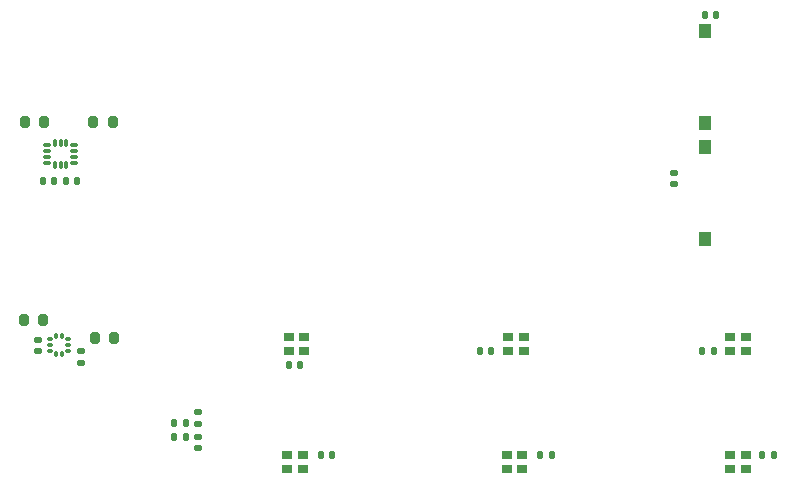
<source format=gbr>
%TF.GenerationSoftware,KiCad,Pcbnew,8.0.8-8.0.8-0~ubuntu24.04.1*%
%TF.CreationDate,2025-05-06T14:12:06+03:00*%
%TF.ProjectId,kicad_soundcard_dev_v0,6b696361-645f-4736-9f75-6e6463617264,rev?*%
%TF.SameCoordinates,Original*%
%TF.FileFunction,Paste,Bot*%
%TF.FilePolarity,Positive*%
%FSLAX46Y46*%
G04 Gerber Fmt 4.6, Leading zero omitted, Abs format (unit mm)*
G04 Created by KiCad (PCBNEW 8.0.8-8.0.8-0~ubuntu24.04.1) date 2025-05-06 14:12:06*
%MOMM*%
%LPD*%
G01*
G04 APERTURE LIST*
G04 Aperture macros list*
%AMRoundRect*
0 Rectangle with rounded corners*
0 $1 Rounding radius*
0 $2 $3 $4 $5 $6 $7 $8 $9 X,Y pos of 4 corners*
0 Add a 4 corners polygon primitive as box body*
4,1,4,$2,$3,$4,$5,$6,$7,$8,$9,$2,$3,0*
0 Add four circle primitives for the rounded corners*
1,1,$1+$1,$2,$3*
1,1,$1+$1,$4,$5*
1,1,$1+$1,$6,$7*
1,1,$1+$1,$8,$9*
0 Add four rect primitives between the rounded corners*
20,1,$1+$1,$2,$3,$4,$5,0*
20,1,$1+$1,$4,$5,$6,$7,0*
20,1,$1+$1,$6,$7,$8,$9,0*
20,1,$1+$1,$8,$9,$2,$3,0*%
G04 Aperture macros list end*
%ADD10RoundRect,0.200000X-0.200000X-0.275000X0.200000X-0.275000X0.200000X0.275000X-0.200000X0.275000X0*%
%ADD11RoundRect,0.200000X0.200000X0.275000X-0.200000X0.275000X-0.200000X-0.275000X0.200000X-0.275000X0*%
%ADD12RoundRect,0.140000X0.170000X-0.140000X0.170000X0.140000X-0.170000X0.140000X-0.170000X-0.140000X0*%
%ADD13RoundRect,0.050000X-0.350000X-0.300000X0.350000X-0.300000X0.350000X0.300000X-0.350000X0.300000X0*%
%ADD14RoundRect,0.140000X-0.140000X-0.170000X0.140000X-0.170000X0.140000X0.170000X-0.140000X0.170000X0*%
%ADD15RoundRect,0.135000X0.135000X0.185000X-0.135000X0.185000X-0.135000X-0.185000X0.135000X-0.185000X0*%
%ADD16RoundRect,0.050000X0.350000X0.300000X-0.350000X0.300000X-0.350000X-0.300000X0.350000X-0.300000X0*%
%ADD17RoundRect,0.140000X-0.170000X0.140000X-0.170000X-0.140000X0.170000X-0.140000X0.170000X0.140000X0*%
%ADD18RoundRect,0.140000X0.140000X0.170000X-0.140000X0.170000X-0.140000X-0.170000X0.140000X-0.170000X0*%
%ADD19R,1.000000X1.250000*%
%ADD20RoundRect,0.087500X0.087500X0.225000X-0.087500X0.225000X-0.087500X-0.225000X0.087500X-0.225000X0*%
%ADD21RoundRect,0.087500X0.225000X0.087500X-0.225000X0.087500X-0.225000X-0.087500X0.225000X-0.087500X0*%
%ADD22RoundRect,0.087500X-0.087500X0.125000X-0.087500X-0.125000X0.087500X-0.125000X0.087500X0.125000X0*%
%ADD23RoundRect,0.087500X-0.125000X0.087500X-0.125000X-0.087500X0.125000X-0.087500X0.125000X0.087500X0*%
G04 APERTURE END LIST*
D10*
%TO.C,R304*%
X157875000Y-94800000D03*
X159525000Y-94800000D03*
%TD*%
D11*
%TO.C,R303*%
X151875000Y-93300000D03*
X153525000Y-93300000D03*
%TD*%
%TO.C,R302*%
X153600000Y-76500000D03*
X151950000Y-76500000D03*
%TD*%
D10*
%TO.C,R301*%
X157775000Y-76500000D03*
X159425000Y-76500000D03*
%TD*%
D12*
%TO.C,C414*%
X166650000Y-104130000D03*
X166650000Y-103170000D03*
%TD*%
D13*
%TO.C,D302*%
X194100000Y-104700000D03*
X194100000Y-105900000D03*
X192800000Y-105900000D03*
X192800000Y-104700000D03*
%TD*%
D14*
%TO.C,C305*%
X190520000Y-95900000D03*
X191480000Y-95900000D03*
%TD*%
D15*
%TO.C,R409*%
X165610000Y-103150000D03*
X164590000Y-103150000D03*
%TD*%
D16*
%TO.C,D306*%
X174300000Y-95900000D03*
X174300000Y-94700000D03*
X175600000Y-94700000D03*
X175600000Y-95900000D03*
%TD*%
%TO.C,D304*%
X211700000Y-95900000D03*
X211700000Y-94700000D03*
X213000000Y-94700000D03*
X213000000Y-95900000D03*
%TD*%
D17*
%TO.C,C309*%
X156700000Y-96880000D03*
X156700000Y-95920000D03*
%TD*%
%TO.C,C413*%
X166650000Y-101070000D03*
X166650000Y-102030000D03*
%TD*%
%TO.C,C203*%
X206950000Y-80820000D03*
X206950000Y-81780000D03*
%TD*%
D14*
%TO.C,C308*%
X156380000Y-81475000D03*
X155420000Y-81475000D03*
%TD*%
D18*
%TO.C,C302*%
X196580000Y-104700000D03*
X195620000Y-104700000D03*
%TD*%
D14*
%TO.C,C304*%
X209320000Y-95900000D03*
X210280000Y-95900000D03*
%TD*%
D19*
%TO.C,SW201*%
X209550000Y-86375000D03*
X209550000Y-78625000D03*
%TD*%
D18*
%TO.C,C301*%
X177980000Y-104700000D03*
X177020000Y-104700000D03*
%TD*%
D20*
%TO.C,U301*%
X155500000Y-78275000D03*
X155000000Y-78275000D03*
X154500000Y-78275000D03*
D21*
X153837500Y-78437500D03*
X153837500Y-78937500D03*
X153837500Y-79437500D03*
X153837500Y-79937500D03*
D20*
X154500000Y-80100000D03*
X155000000Y-80100000D03*
X155500000Y-80100000D03*
D21*
X156162500Y-79937500D03*
X156162500Y-79437500D03*
X156162500Y-78937500D03*
X156162500Y-78437500D03*
%TD*%
D15*
%TO.C,R410*%
X165610000Y-102000000D03*
X164590000Y-102000000D03*
%TD*%
D19*
%TO.C,SW202*%
X209550000Y-76575000D03*
X209550000Y-68825000D03*
%TD*%
D16*
%TO.C,D305*%
X192900000Y-95900000D03*
X192900000Y-94700000D03*
X194200000Y-94700000D03*
X194200000Y-95900000D03*
%TD*%
D13*
%TO.C,D301*%
X175500000Y-104700000D03*
X175500000Y-105900000D03*
X174200000Y-105900000D03*
X174200000Y-104700000D03*
%TD*%
%TO.C,D303*%
X213000000Y-104700000D03*
X213000000Y-105900000D03*
X211700000Y-105900000D03*
X211700000Y-104700000D03*
%TD*%
D22*
%TO.C,U302*%
X154612500Y-94637500D03*
X155112500Y-94637500D03*
D23*
X155625000Y-94900000D03*
X155625000Y-95400000D03*
X155625000Y-95900000D03*
D22*
X155112500Y-96162500D03*
X154612500Y-96162500D03*
D23*
X154100000Y-95900000D03*
X154100000Y-95400000D03*
X154100000Y-94900000D03*
%TD*%
D18*
%TO.C,C303*%
X215380000Y-104700000D03*
X214420000Y-104700000D03*
%TD*%
%TO.C,C306*%
X175280000Y-97100000D03*
X174320000Y-97100000D03*
%TD*%
D14*
%TO.C,C204*%
X209570000Y-67450000D03*
X210530000Y-67450000D03*
%TD*%
D12*
%TO.C,C310*%
X153100000Y-95880000D03*
X153100000Y-94920000D03*
%TD*%
D14*
%TO.C,C307*%
X154480000Y-81475000D03*
X153520000Y-81475000D03*
%TD*%
M02*

</source>
